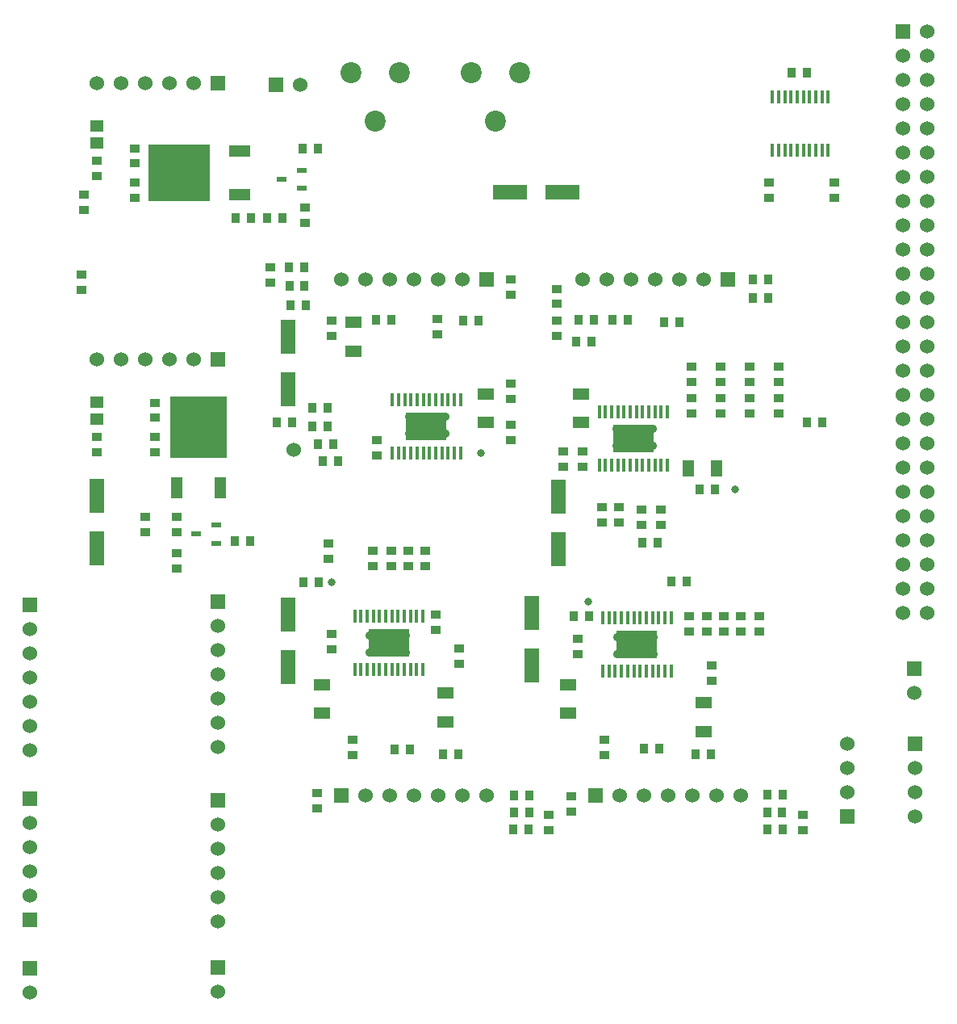
<source format=gts>
G04 (created by PCBNEW (2013-05-18 BZR 4017)-stable) date Wed 22 Apr 2015 11:41:10 BST*
%MOIN*%
G04 Gerber Fmt 3.4, Leading zero omitted, Abs format*
%FSLAX34Y34*%
G01*
G70*
G90*
G04 APERTURE LIST*
%ADD10C,0.00590551*%
%ADD11R,0.0906X0.0512*%
%ADD12R,0.2559X0.2323*%
%ADD13C,0.0315*%
%ADD14R,0.0165X0.0579*%
%ADD15C,0.06*%
%ADD16R,0.0394X0.0236*%
%ADD17R,0.0709X0.0453*%
%ADD18R,0.0374X0.0394*%
%ADD19R,0.0394X0.0374*%
%ADD20R,0.06X0.06*%
%ADD21R,0.0512X0.0906*%
%ADD22R,0.2323X0.2559*%
%ADD23R,0.1417X0.063*%
%ADD24R,0.063X0.1417*%
%ADD25R,0.0571X0.0453*%
%ADD26C,0.0866*%
%ADD27R,0.1701X0.1181*%
%ADD28C,0.0354*%
%ADD29R,0.0453X0.0709*%
G04 APERTURE END LIST*
G54D10*
G54D11*
X41500Y-26400D03*
G54D12*
X39000Y-25500D03*
G54D11*
X41500Y-24600D03*
G54D13*
X51450Y-37050D03*
X45300Y-42400D03*
G54D14*
X64522Y-24552D03*
X64778Y-24552D03*
X65034Y-24552D03*
X65290Y-24552D03*
X63758Y-22350D03*
X63754Y-24552D03*
X64010Y-24552D03*
X64266Y-24552D03*
X65546Y-22348D03*
X65290Y-22348D03*
X65034Y-22348D03*
X64778Y-22348D03*
X64522Y-22348D03*
X64266Y-22348D03*
X65546Y-24552D03*
X64010Y-22350D03*
X63498Y-24552D03*
X65802Y-24552D03*
X65802Y-22348D03*
X63498Y-22348D03*
G54D15*
X43708Y-36904D03*
G54D16*
X40516Y-40775D03*
X39684Y-40400D03*
X40516Y-40025D03*
X44066Y-26125D03*
X43234Y-25750D03*
X44066Y-25375D03*
G54D17*
X51650Y-34609D03*
X51650Y-35791D03*
X46200Y-32841D03*
X46200Y-31659D03*
X44900Y-46609D03*
X44900Y-47791D03*
X50000Y-46959D03*
X50000Y-48141D03*
G54D18*
X53415Y-52600D03*
X52785Y-52600D03*
X45365Y-36700D03*
X44735Y-36700D03*
X43535Y-29400D03*
X44165Y-29400D03*
X64285Y-21350D03*
X64915Y-21350D03*
X41965Y-27350D03*
X41335Y-27350D03*
G54D19*
X35600Y-25615D03*
X35600Y-24985D03*
X35600Y-37015D03*
X35600Y-36385D03*
X37150Y-25885D03*
X37150Y-26515D03*
X38000Y-36385D03*
X38000Y-37015D03*
X38900Y-41815D03*
X38900Y-41185D03*
X44200Y-26935D03*
X44200Y-27565D03*
G54D18*
X41285Y-40700D03*
X41915Y-40700D03*
G54D19*
X38900Y-40315D03*
X38900Y-39685D03*
X47750Y-41715D03*
X47750Y-41085D03*
X47000Y-41085D03*
X47000Y-41715D03*
X50550Y-45135D03*
X50550Y-45765D03*
X45300Y-31585D03*
X45300Y-32215D03*
G54D18*
X44935Y-37400D03*
X45565Y-37400D03*
X43265Y-27350D03*
X42635Y-27350D03*
X43585Y-30950D03*
X44215Y-30950D03*
X53465Y-51200D03*
X52835Y-51200D03*
G54D19*
X63350Y-26515D03*
X63350Y-25885D03*
G54D20*
X40600Y-43200D03*
G54D15*
X40600Y-44200D03*
X40600Y-45200D03*
X40600Y-46200D03*
X40600Y-47200D03*
X40600Y-48200D03*
X40600Y-49200D03*
G54D20*
X32829Y-43313D03*
G54D15*
X32829Y-44313D03*
X32829Y-45313D03*
X32829Y-46313D03*
X32829Y-47313D03*
X32829Y-48313D03*
X32829Y-49313D03*
G54D20*
X45700Y-51181D03*
G54D15*
X46700Y-51181D03*
X47700Y-51181D03*
X48700Y-51181D03*
X49700Y-51181D03*
X50700Y-51181D03*
X51700Y-51181D03*
G54D20*
X51700Y-29900D03*
G54D15*
X50700Y-29900D03*
X49700Y-29900D03*
X48700Y-29900D03*
X47700Y-29900D03*
X46700Y-29900D03*
X45700Y-29900D03*
G54D20*
X40600Y-21800D03*
G54D15*
X39600Y-21800D03*
X38600Y-21800D03*
X37600Y-21800D03*
X36600Y-21800D03*
X35600Y-21800D03*
G54D20*
X66600Y-52050D03*
G54D15*
X66600Y-51050D03*
X66600Y-50050D03*
X66600Y-49050D03*
G54D20*
X69400Y-49050D03*
G54D15*
X69400Y-50050D03*
X69400Y-51050D03*
X69400Y-52050D03*
G54D20*
X32829Y-58313D03*
G54D15*
X32829Y-59313D03*
G54D20*
X69350Y-45950D03*
G54D15*
X69350Y-46950D03*
G54D20*
X68874Y-19639D03*
G54D15*
X69874Y-19639D03*
X68874Y-24639D03*
X69874Y-20639D03*
X68874Y-25639D03*
X69874Y-21639D03*
X68874Y-26639D03*
X69874Y-22639D03*
X68874Y-27639D03*
X69874Y-23639D03*
X68874Y-28639D03*
X69874Y-24639D03*
X68874Y-29639D03*
X69874Y-25639D03*
X68874Y-30639D03*
X69874Y-26639D03*
X68874Y-31639D03*
X69874Y-27639D03*
X68874Y-32639D03*
X69874Y-28639D03*
X68874Y-33639D03*
X69874Y-29639D03*
X68874Y-34639D03*
X69874Y-30639D03*
X69874Y-31639D03*
X68874Y-35639D03*
X69874Y-32639D03*
X69874Y-34639D03*
X69874Y-35639D03*
X69874Y-36639D03*
X69874Y-37639D03*
X68874Y-36639D03*
X68874Y-37639D03*
X68874Y-20639D03*
X68874Y-21639D03*
X68874Y-22639D03*
X68874Y-23639D03*
X68874Y-38639D03*
X69874Y-38639D03*
X69874Y-33639D03*
X68874Y-39639D03*
X69874Y-39639D03*
X68874Y-40639D03*
X69874Y-40639D03*
X68874Y-41639D03*
X69874Y-41639D03*
X68874Y-42639D03*
X69874Y-42639D03*
X68874Y-43639D03*
X69874Y-43639D03*
G54D19*
X38000Y-34985D03*
X38000Y-35600D03*
X37150Y-24485D03*
X37150Y-25100D03*
G54D18*
X44165Y-30150D03*
X43550Y-30150D03*
X52835Y-51900D03*
X53450Y-51900D03*
G54D21*
X38900Y-38500D03*
G54D22*
X39800Y-36000D03*
G54D21*
X40700Y-38500D03*
G54D23*
X52667Y-26300D03*
X54833Y-26300D03*
G54D24*
X43500Y-34433D03*
X43500Y-32267D03*
X43500Y-45883D03*
X43500Y-43717D03*
X35600Y-38817D03*
X35600Y-40983D03*
G54D25*
X35600Y-24254D03*
X35600Y-23546D03*
X35600Y-35654D03*
X35600Y-34946D03*
G54D18*
X43665Y-35800D03*
X43035Y-35800D03*
G54D19*
X45300Y-44535D03*
X45300Y-45165D03*
X52700Y-36515D03*
X52700Y-35885D03*
G54D18*
X44765Y-42400D03*
X44135Y-42400D03*
G54D19*
X54250Y-52615D03*
X54250Y-51985D03*
X42750Y-29385D03*
X42750Y-30015D03*
X66050Y-26515D03*
X66050Y-25885D03*
X52700Y-34185D03*
X52700Y-34815D03*
X48450Y-41715D03*
X48450Y-41085D03*
X49150Y-41715D03*
X49150Y-41085D03*
X45150Y-41415D03*
X45150Y-40785D03*
G54D18*
X45115Y-35200D03*
X44485Y-35200D03*
X45115Y-35950D03*
X44485Y-35950D03*
G54D20*
X32829Y-51313D03*
G54D15*
X32829Y-52313D03*
X32829Y-53313D03*
X32829Y-54313D03*
G54D20*
X32829Y-56313D03*
G54D15*
X32829Y-55313D03*
G54D20*
X40600Y-33200D03*
G54D15*
X39600Y-33200D03*
X38600Y-33200D03*
X37600Y-33200D03*
X36600Y-33200D03*
X35600Y-33200D03*
G54D20*
X40600Y-51400D03*
G54D15*
X40600Y-52400D03*
X40600Y-53400D03*
X40600Y-54400D03*
X40600Y-55400D03*
X40600Y-56400D03*
G54D20*
X40600Y-58300D03*
G54D15*
X40600Y-59300D03*
G54D26*
X52050Y-23350D03*
X53050Y-21350D03*
X51050Y-21350D03*
X47100Y-23350D03*
X48100Y-21350D03*
X46100Y-21350D03*
G54D18*
X49885Y-49500D03*
X50515Y-49500D03*
X48515Y-49300D03*
X47885Y-49300D03*
G54D19*
X46150Y-49515D03*
X46150Y-48885D03*
X44700Y-51715D03*
X44700Y-51085D03*
G54D18*
X47765Y-31550D03*
X47135Y-31550D03*
G54D19*
X49650Y-32165D03*
X49650Y-31535D03*
G54D18*
X50735Y-31600D03*
X51365Y-31600D03*
G54D19*
X52700Y-30515D03*
X52700Y-29885D03*
X47150Y-36535D03*
X47150Y-37165D03*
X49600Y-44365D03*
X49600Y-43735D03*
X37600Y-39685D03*
X37600Y-40315D03*
G54D18*
X44715Y-24500D03*
X44085Y-24500D03*
G54D19*
X60150Y-35415D03*
X60150Y-34800D03*
X61350Y-35415D03*
X61350Y-34800D03*
X62550Y-35415D03*
X62550Y-34800D03*
X63750Y-35415D03*
X63750Y-34800D03*
X60150Y-34115D03*
X60150Y-33485D03*
X61350Y-34115D03*
X61350Y-33485D03*
X62550Y-34115D03*
X62550Y-33485D03*
X63750Y-34115D03*
X63750Y-33485D03*
X35050Y-27015D03*
X35050Y-26385D03*
X34950Y-29685D03*
X34950Y-30315D03*
G54D14*
X49072Y-37052D03*
X49328Y-37052D03*
X49584Y-37052D03*
X49840Y-37052D03*
X48308Y-34850D03*
X48304Y-37052D03*
X48560Y-37052D03*
X48816Y-37052D03*
X50096Y-34848D03*
X49840Y-34848D03*
X49584Y-34848D03*
X49328Y-34848D03*
X49072Y-34848D03*
X48816Y-34848D03*
X50096Y-37052D03*
X48560Y-34850D03*
X48048Y-37052D03*
X50352Y-37052D03*
X50352Y-34848D03*
X48048Y-34848D03*
X47793Y-37052D03*
X50607Y-37052D03*
X50607Y-34848D03*
X47793Y-34848D03*
G54D27*
X49200Y-35950D03*
G54D28*
X48500Y-35550D03*
X49000Y-35550D03*
X49500Y-35550D03*
X50000Y-35550D03*
X48750Y-35900D03*
X49250Y-35900D03*
X49750Y-35900D03*
X48500Y-36250D03*
X49000Y-36250D03*
X49500Y-36250D03*
X50000Y-36250D03*
G54D14*
X47778Y-43798D03*
X47522Y-43798D03*
X47266Y-43798D03*
X47010Y-43798D03*
X48542Y-46000D03*
X48546Y-43798D03*
X48290Y-43798D03*
X48034Y-43798D03*
X46754Y-46002D03*
X47010Y-46002D03*
X47266Y-46002D03*
X47522Y-46002D03*
X47778Y-46002D03*
X48034Y-46002D03*
X46754Y-43798D03*
X48290Y-46000D03*
X48802Y-43798D03*
X46498Y-43798D03*
X46498Y-46002D03*
X48802Y-46002D03*
X49057Y-43798D03*
X46243Y-43798D03*
X46243Y-46002D03*
X49057Y-46002D03*
G54D27*
X47650Y-44900D03*
G54D28*
X48350Y-45300D03*
X47850Y-45300D03*
X47350Y-45300D03*
X46850Y-45300D03*
X48100Y-44950D03*
X47600Y-44950D03*
X47100Y-44950D03*
X48350Y-44600D03*
X47850Y-44600D03*
X47350Y-44600D03*
X46850Y-44600D03*
G54D13*
X55900Y-43200D03*
X61950Y-38550D03*
G54D14*
X58028Y-43848D03*
X57772Y-43848D03*
X57516Y-43848D03*
X57260Y-43848D03*
X58792Y-46050D03*
X58796Y-43848D03*
X58540Y-43848D03*
X58284Y-43848D03*
X57004Y-46052D03*
X57260Y-46052D03*
X57516Y-46052D03*
X57772Y-46052D03*
X58028Y-46052D03*
X58284Y-46052D03*
X57004Y-43848D03*
X58540Y-46050D03*
X59052Y-43848D03*
X56748Y-43848D03*
X56748Y-46052D03*
X59052Y-46052D03*
X59307Y-43848D03*
X56493Y-43848D03*
X56493Y-46052D03*
X59307Y-46052D03*
G54D27*
X57900Y-44950D03*
G54D28*
X58600Y-45350D03*
X58100Y-45350D03*
X57600Y-45350D03*
X57100Y-45350D03*
X58350Y-45000D03*
X57850Y-45000D03*
X57350Y-45000D03*
X58600Y-44650D03*
X58100Y-44650D03*
X57600Y-44650D03*
X57100Y-44650D03*
G54D14*
X57622Y-37552D03*
X57878Y-37552D03*
X58134Y-37552D03*
X58390Y-37552D03*
X56858Y-35350D03*
X56854Y-37552D03*
X57110Y-37552D03*
X57366Y-37552D03*
X58646Y-35348D03*
X58390Y-35348D03*
X58134Y-35348D03*
X57878Y-35348D03*
X57622Y-35348D03*
X57366Y-35348D03*
X58646Y-37552D03*
X57110Y-35350D03*
X56598Y-37552D03*
X58902Y-37552D03*
X58902Y-35348D03*
X56598Y-35348D03*
X56343Y-37552D03*
X59157Y-37552D03*
X59157Y-35348D03*
X56343Y-35348D03*
G54D27*
X57750Y-36450D03*
G54D28*
X57050Y-36050D03*
X57550Y-36050D03*
X58050Y-36050D03*
X58550Y-36050D03*
X57300Y-36400D03*
X57800Y-36400D03*
X58300Y-36400D03*
X57050Y-36750D03*
X57550Y-36750D03*
X58050Y-36750D03*
X58550Y-36750D03*
G54D17*
X55600Y-34609D03*
X55600Y-35791D03*
G54D29*
X61191Y-37700D03*
X60009Y-37700D03*
G54D17*
X60650Y-47359D03*
X60650Y-48541D03*
X55050Y-46609D03*
X55050Y-47791D03*
G54D19*
X62200Y-44415D03*
X62200Y-43785D03*
X62950Y-43785D03*
X62950Y-44415D03*
G54D18*
X64935Y-35800D03*
X65565Y-35800D03*
G54D19*
X58900Y-40015D03*
X58900Y-39385D03*
X58100Y-39385D03*
X58100Y-40015D03*
G54D20*
X61650Y-29900D03*
G54D15*
X60650Y-29900D03*
X59650Y-29900D03*
X58650Y-29900D03*
X57650Y-29900D03*
X56650Y-29900D03*
X55650Y-29900D03*
G54D20*
X56200Y-51181D03*
G54D15*
X57200Y-51181D03*
X58200Y-51181D03*
X59200Y-51181D03*
X60200Y-51181D03*
X61200Y-51181D03*
X62200Y-51181D03*
G54D24*
X54650Y-38867D03*
X54650Y-41033D03*
X53550Y-45833D03*
X53550Y-43667D03*
G54D18*
X61115Y-38550D03*
X60485Y-38550D03*
X59035Y-31650D03*
X59665Y-31650D03*
X62685Y-30650D03*
X63315Y-30650D03*
X63315Y-29900D03*
X62685Y-29900D03*
X60335Y-49500D03*
X60965Y-49500D03*
G54D19*
X57150Y-39285D03*
X57150Y-39915D03*
G54D18*
X58815Y-49250D03*
X58185Y-49250D03*
G54D19*
X56450Y-39285D03*
X56450Y-39915D03*
X56550Y-49515D03*
X56550Y-48885D03*
G54D18*
X58765Y-40750D03*
X58135Y-40750D03*
G54D19*
X55200Y-51865D03*
X55200Y-51235D03*
G54D18*
X59335Y-42350D03*
X59965Y-42350D03*
G54D19*
X60050Y-43785D03*
X60050Y-44415D03*
X60800Y-43785D03*
X60800Y-44415D03*
X55650Y-36985D03*
X55650Y-37615D03*
X61500Y-43785D03*
X61500Y-44415D03*
X55450Y-44735D03*
X55450Y-45365D03*
X54850Y-36985D03*
X54850Y-37615D03*
G54D18*
X57515Y-31550D03*
X56885Y-31550D03*
X55915Y-43800D03*
X55285Y-43800D03*
G54D19*
X61000Y-45835D03*
X61000Y-46465D03*
G54D18*
X63915Y-51150D03*
X63285Y-51150D03*
G54D19*
X54600Y-31585D03*
X54600Y-32215D03*
G54D18*
X56015Y-32450D03*
X55385Y-32450D03*
X63915Y-52600D03*
X63285Y-52600D03*
X63285Y-51900D03*
X63900Y-51900D03*
G54D19*
X54600Y-30285D03*
X54600Y-30900D03*
G54D18*
X55485Y-31550D03*
X56115Y-31550D03*
G54D19*
X64750Y-52615D03*
X64750Y-51985D03*
G54D20*
X43000Y-21850D03*
G54D15*
X44000Y-21850D03*
M02*

</source>
